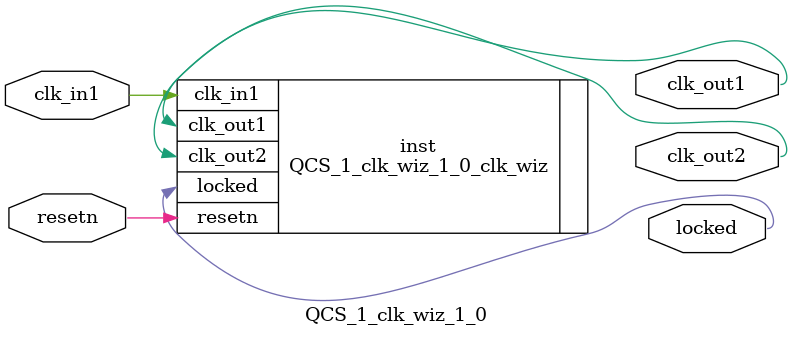
<source format=v>


`timescale 1ps/1ps

(* CORE_GENERATION_INFO = "QCS_1_clk_wiz_1_0,clk_wiz_v6_0_12_0_0,{component_name=QCS_1_clk_wiz_1_0,use_phase_alignment=true,use_min_o_jitter=false,use_max_i_jitter=false,use_dyn_phase_shift=false,use_inclk_switchover=false,use_dyn_reconfig=false,enable_axi=0,feedback_source=FDBK_AUTO,PRIMITIVE=MMCM,num_out_clk=2,clkin1_period=10.000,clkin2_period=10.000,use_power_down=false,use_reset=true,use_locked=true,use_inclk_stopped=false,feedback_type=SINGLE,CLOCK_MGR_TYPE=NA,manual_override=false}" *)

module QCS_1_clk_wiz_1_0 
 (
  // Clock out ports
  output        clk_out1,
  output        clk_out2,
  // Status and control signals
  input         resetn,
  output        locked,
 // Clock in ports
  input         clk_in1
 );

  QCS_1_clk_wiz_1_0_clk_wiz inst
  (
  // Clock out ports  
  .clk_out1(clk_out1),
  .clk_out2(clk_out2),
  // Status and control signals               
  .resetn(resetn), 
  .locked(locked),
 // Clock in ports
  .clk_in1(clk_in1)
  );

endmodule

</source>
